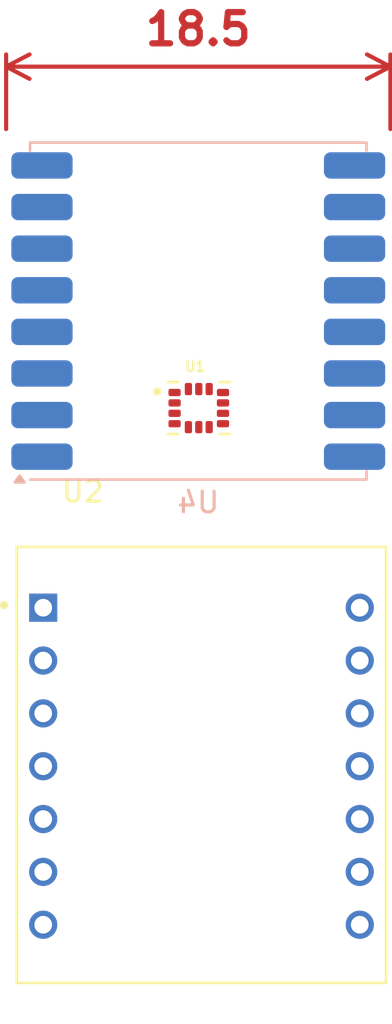
<source format=kicad_pcb>
(kicad_pcb (version 20241229) (generator "pcbnew") (generator_version "9.0")
  (layers (0 "F.Cu" signal) (2 "B.Cu" signal) (13 "F.Paste" user) (15 "B.Paste" user) (5 "F.SilkS" user "F.Silkscreen") (7 "B.SilkS" user "B.Silkscreen") (1 "F.Mask" user) (3 "B.Mask" user) (25 "Edge.Cuts" user))
  (net 0 "")
  (net 4 "+3.3V")
  (net 12 "GND")
  (net 23 "SDA")
  (net 24 "SCL")
  (net 25 "GPSTX")
  (net 26 "GPSRX")
  (net 28 "SCK")
  (net 34 "ANT")
  (footprint "footprints:PQFN50P300X250X97-14N" (layer "F.Cu") (at 107.75 43.165)
    (property "Reference" "U1" (at -0.176 -2.0048 0) (layer "F.SilkS") (effects (font (size 0.48 0.48) (thickness 0.12))))
    (property "Value" "ICM-42688-P")
    (fp_line (start -1.5 -1.25) (end -0.99 -1.25) (stroke (width 0.127)) (layer "F.SilkS"))
    (fp_line (start -1.5 1.25) (end -0.99 1.25) (stroke (width 0.127)) (layer "F.SilkS"))
    (fp_line (start 0.99 -1.25) (end 1.5 -1.25) (stroke (width 0.127)) (layer "F.SilkS"))
    (fp_line (start 1.5 1.25) (end 0.99 1.25) (stroke (width 0.127)) (layer "F.SilkS"))
    (fp_circle (center -2 -0.8) (end -1.9 -0.8) (stroke (width 0.2)) (fill no) (layer "F.SilkS"))
    (pad "1" smd roundrect (at -1.165 -0.75) (size 0.59 0.35) (layers "F.Cu" "F.Paste"))
    (pad "2" smd roundrect (at -1.165 -0.25) (size 0.59 0.35) (layers "F.Cu" "F.Paste"))
    (pad "3" smd roundrect (at -1.165 0.25) (size 0.59 0.35) (layers "F.Cu" "F.Paste"))
    (pad "4" smd roundrect (at -1.165 0.75) (size 0.59 0.35) (layers "F.Cu" "F.Paste"))
    (pad "5" smd roundrect (at -0.5 0.915) (size 0.35 0.59) (layers "F.Cu" "F.Paste"))
    (pad "6" smd roundrect (at 0 0.915) (size 0.35 0.59) (layers "F.Cu" "F.Paste") (net 12 "GND"))
    (pad "7" smd roundrect (at 0.5 0.915) (size 0.35 0.59) (layers "F.Cu" "F.Paste"))
    (pad "8" smd roundrect (at 1.165 0.75) (size 0.59 0.35) (layers "F.Cu" "F.Paste") (net 4 "+3.3V"))
    (pad "9" smd roundrect (at 1.165 0.25) (size 0.59 0.35) (layers "F.Cu" "F.Paste"))
    (pad "10" smd roundrect (at 1.165 -0.25) (size 0.59 0.35) (layers "F.Cu" "F.Paste"))
    (pad "11" smd roundrect (at 1.165 -0.75) (size 0.59 0.35) (layers "F.Cu" "F.Paste"))
    (pad "12" smd roundrect (at 0.5 -0.915) (size 0.35 0.59) (layers "F.Cu" "F.Paste"))
    (pad "13" smd roundrect (at 0 -0.915) (size 0.35 0.59) (layers "F.Cu" "F.Paste") (net 24 "SCL"))
    (pad "14" smd roundrect (at -0.5 -0.915) (size 0.35 0.59) (layers "F.Cu" "F.Paste") (net 23 "SDA"))
  )
  (footprint "footprints:MODULE_113991054" (layer "F.Cu") (at 107.88 60.3165)
    (property "Reference" "U2" (at -5.715 -13.135 0) (layer "F.SilkS"))
    (property "Value" "XIAO ESP32-C6")
    (fp_line (start -8.89 -10.4775) (end 8.89 -10.4775) (stroke (width 0.127)) (layer "F.SilkS"))
    (fp_line (start -8.89 10.4775) (end -8.89 -10.4775) (stroke (width 0.127)) (layer "F.SilkS"))
    (fp_line (start 8.89 -10.4775) (end 8.89 10.4775) (stroke (width 0.127)) (layer "F.SilkS"))
    (fp_line (start 8.89 10.4775) (end -8.89 10.4775) (stroke (width 0.127)) (layer "F.SilkS"))
    (fp_circle (center -9.5 -7.6835) (end -9.4 -7.6835) (stroke (width 0.2)) (fill no) (layer "F.SilkS"))
    (pad "1" thru_hole rect (at -7.62 -7.5565) (size 1.358 1.358) (drill 0.85) (layers "*.Cu" "*.Mask"))
    (pad "2" thru_hole circle (at -7.62 -5.0165) (size 1.358 1.358) (drill 0.85) (layers "*.Cu" "*.Mask"))
    (pad "3" thru_hole circle (at -7.62 -2.4765) (size 1.358 1.358) (drill 0.85) (layers "*.Cu" "*.Mask"))
    (pad "4" thru_hole circle (at -7.62 0.0635) (size 1.358 1.358) (drill 0.85) (layers "*.Cu" "*.Mask"))
    (pad "5" thru_hole circle (at -7.62 2.6035) (size 1.358 1.358) (drill 0.85) (layers "*.Cu" "*.Mask"))
    (pad "6" thru_hole circle (at -7.62 5.1435) (size 1.358 1.358) (drill 0.85) (layers "*.Cu" "*.Mask"))
    (pad "7" thru_hole circle (at -7.62 7.6835) (size 1.358 1.358) (drill 0.85) (layers "*.Cu" "*.Mask") (net 26 "GPSRX"))
    (pad "8" thru_hole circle (at 7.62 7.6835) (size 1.358 1.358) (drill 0.85) (layers "*.Cu" "*.Mask") (net 25 "GPSTX"))
    (pad "9" thru_hole circle (at 7.62 5.1435) (size 1.358 1.358) (drill 0.85) (layers "*.Cu" "*.Mask"))
    (pad "10" thru_hole circle (at 7.62 2.6035) (size 1.358 1.358) (drill 0.85) (layers "*.Cu" "*.Mask"))
    (pad "11" thru_hole circle (at 7.62 0.0635) (size 1.358 1.358) (drill 0.85) (layers "*.Cu" "*.Mask"))
    (pad "12" thru_hole circle (at 7.62 -2.4765) (size 1.358 1.358) (drill 0.85) (layers "*.Cu" "*.Mask") (net 4 "+3.3V"))
    (pad "13" thru_hole circle (at 7.62 -5.0165) (size 1.358 1.358) (drill 0.85) (layers "*.Cu" "*.Mask") (net 12 "GND"))
    (pad "14" thru_hole circle (at 7.62 -7.5565) (size 1.358 1.358) (drill 0.85) (layers "*.Cu" "*.Mask"))
  )
  (footprint "RF_Module:HOPERF_RFM9XW_SMD" (layer "B.Cu") (at 107.725 38.5)
    (property "Reference" "U4" (at 0 9.2 0) (layer "B.SilkS") (effects (justify mirror)))
    (property "Value" "RFM69HCW")
    (fp_line (start -8.1 -8.1) (end 8.1 -8.1) (stroke (width 0.12)) (layer "B.SilkS"))
    (fp_line (start -8.1 -7.7) (end -8.1 -8.1) (stroke (width 0.12)) (layer "B.SilkS"))
    (fp_line (start -8.1 8.1) (end 8.1 8.1) (stroke (width 0.12)) (layer "B.SilkS"))
    (fp_line (start 8.1 -8.1) (end 8.1 -7.7) (stroke (width 0.12)) (layer "B.SilkS"))
    (fp_line (start 8.1 8.1) (end 8.1 7.7) (stroke (width 0.12)) (layer "B.SilkS"))
    (fp_poly (pts (xy -8.6 7.9) (xy -8.84 8.236) (xy -8.36 8.236) (xy -8.6 7.9)) (stroke (width 0.12)) (fill yes) (layer "B.SilkS"))
    (pad "1" smd roundrect (at -7.525 7) (size 2.95 1.27) (layers "B.Cu" "B.Mask" "B.Paste") (net 12 "GND"))
    (pad "2" smd roundrect (at -7.525 5) (size 2.95 1.27) (layers "B.Cu" "B.Mask" "B.Paste") (net 28 "SCK"))
    (pad "3" smd roundrect (at -7.525 3) (size 2.95 1.27) (layers "B.Cu" "B.Mask" "B.Paste") (net 28 "SCK"))
    (pad "4" smd roundrect (at -7.525 1) (size 2.95 1.27) (layers "B.Cu" "B.Mask" "B.Paste") (net 28 "SCK"))
    (pad "5" smd roundrect (at -7.525 -1) (size 2.95 1.27) (layers "B.Cu" "B.Mask" "B.Paste") (net 28 "SCK"))
    (pad "6" smd roundrect (at -7.525 -3) (size 2.95 1.27) (layers "B.Cu" "B.Mask" "B.Paste"))
    (pad "7" smd roundrect (at -7.525 -5) (size 2.95 1.27) (layers "B.Cu" "B.Mask" "B.Paste"))
    (pad "8" smd roundrect (at -7.525 -7) (size 2.95 1.27) (layers "B.Cu" "B.Mask" "B.Paste") (net 12 "GND"))
    (pad "9" smd roundrect (at 7.525 -7) (size 2.95 1.27) (layers "B.Cu" "B.Mask" "B.Paste") (net 34 "ANT"))
    (pad "10" smd roundrect (at 7.525 -5) (size 2.95 1.27) (layers "B.Cu" "B.Mask" "B.Paste") (net 12 "GND"))
    (pad "11" smd roundrect (at 7.525 -3) (size 2.95 1.27) (layers "B.Cu" "B.Mask" "B.Paste"))
    (pad "12" smd roundrect (at 7.525 -1) (size 2.95 1.27) (layers "B.Cu" "B.Mask" "B.Paste"))
    (pad "13" smd roundrect (at 7.525 1) (size 2.95 1.27) (layers "B.Cu" "B.Mask" "B.Paste") (net 4 "+3.3V"))
    (pad "14" smd roundrect (at 7.525 3) (size 2.95 1.27) (layers "B.Cu" "B.Mask" "B.Paste") (net 28 "SCK"))
    (pad "15" smd roundrect (at 7.525 5) (size 2.95 1.27) (layers "B.Cu" "B.Mask" "B.Paste"))
    (pad "16" smd roundrect (at 7.525 7) (size 2.95 1.27) (layers "B.Cu" "B.Mask" "B.Paste"))
  )
  (dimension (type orthogonal) (layer "F.Cu") (pts (xy 98.475 30.25) (xy 116.975 30.25)) (height -3.5) (orientation 0) (format (prefix "") (suffix "") (units 3) (units_format 0) (precision 4) (suppress_zeroes yes)) (style (thickness 0.2) (arrow_length 1.27) (text_position_mode 0) (arrow_direction outward) (extension_height 0.58642) (extension_offset 0.5) (keep_text_aligned yes)) (gr_text "18.5" (at 107.725 24.95 0) (layer "F.Cu") (effects (font (size 1.5 1.5) (thickness 0.3)))))
)
</source>
